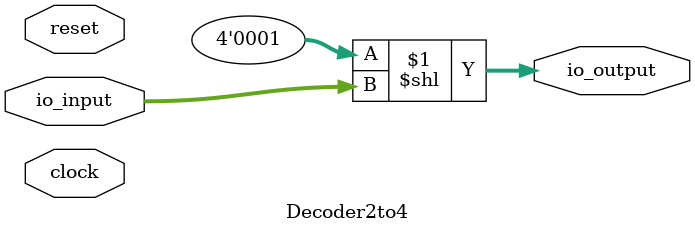
<source format=v>
module Decoder2to4 (
	clock,
	reset,
	io_input,
	io_output
);
	input clock;
	input reset;
	input [1:0] io_input;
	output wire [3:0] io_output;
	assign io_output = 4'h1 << io_input;
endmodule

</source>
